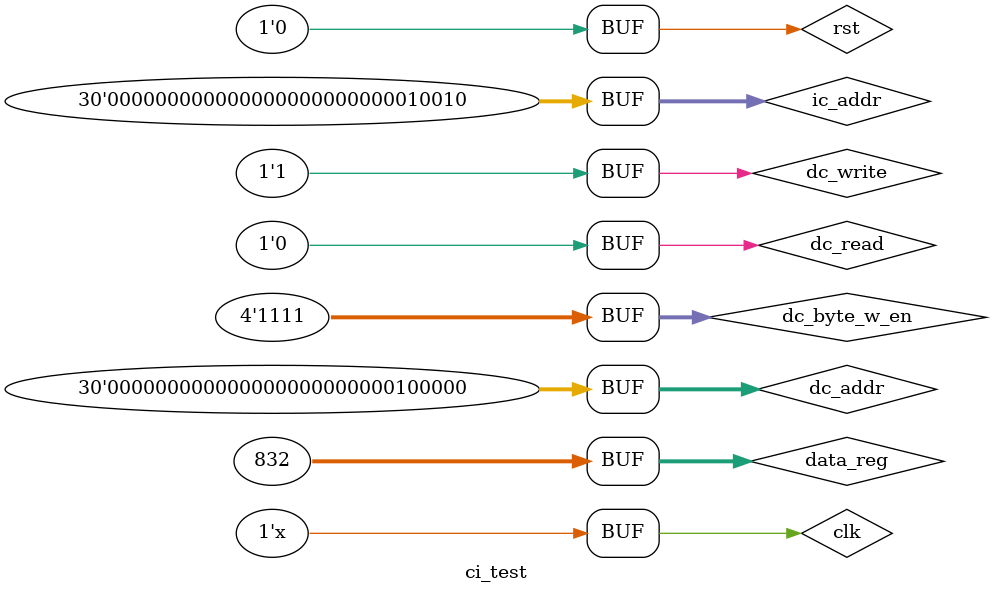
<source format=v>
`timescale 1ns / 1ps


module ci_test(
);

parameter PERIOD=8;

reg [29:0] ic_addr,dc_addr;
reg dc_read,dc_write;
reg [31:0] data_reg;
reg [3:0] dc_byte_w_en;
reg clk,rst;
wire [31:0] ic_data;
wire [31:0] dc_data;
wire mem_stall;

cpu_interface u_ci_0(
    ic_addr,
    dc_read,
    dc_write,
    dc_addr,
    data_reg,
    dc_byte_w_en,
    clk,
    rst,
    ic_data,
    dc_data,
    mem_stall
);

always begin
    #(PERIOD/2);
    clk = ~clk;
end

initial begin
    rst = 1;
    clk = 0;
    dc_read = 0;
    dc_write = 0;
    dc_byte_w_en = 4'b0000;
    ic_addr = 30'h00000010;
    #14;
    rst = 0;
    dc_write = 1;
    dc_byte_w_en = 4'b1111;
    dc_addr = 30'h00000020;
    data_reg = 32'h00000040;
    #PERIOD;
    #278;
    dc_write = 0;
    dc_read = 1;
    dc_addr = 30'h00000020;
    ic_addr = 30'h00000011;
    
    #(PERIOD*16);
    dc_write = 1;
    dc_read = 0;
    dc_addr = 30'h00000820;
    data_reg = 32'h00000820;
    #(PERIOD*40);
    dc_write = 0;
    dc_read = 1;
    dc_addr = 30'h00000820;
    
    #(PERIOD*16);
    ic_addr = 30'h00000010;
    dc_write = 1;
    dc_read = 0;
    dc_addr = 30'h00001020;
    data_reg = 32'h00001020;
    #(PERIOD*40);
    dc_write = 0;
    dc_read = 1;
    dc_addr = 30'h00001020;

    #(PERIOD*56);
    dc_write = 0;
    dc_read = 1;
    dc_addr = 30'h00000020;

    #(PERIOD*56);
    dc_write = 0;
    dc_read = 1;
    dc_addr = 30'h00000820;

    #(PERIOD*56);
    dc_write = 0;
    dc_read = 1;
    dc_addr = 30'h00001020;

    #(PERIOD*56);
    ic_addr = 30'h00000012;
    dc_write = 1;
    dc_read = 0;
    dc_addr = 30'h00000020;
    data_reg = 32'h00000340;













end

endmodule

</source>
